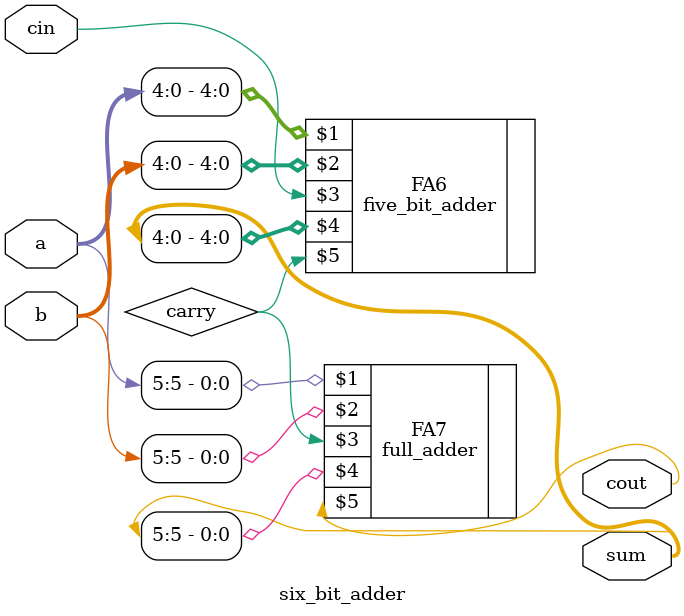
<source format=v>
`timescale 1ns / 1ps
module six_bit_adder(a, b, cin, sum, cout
    );

	input [5:0] a;
	input [5:0] b;
	input cin;
	
	output [5:0] sum;
	output cout;
	wire [5:0] sum;
	wire cout;
	
	wire carry;
	
	five_bit_adder FA6 (a[4:0], b[4:0], cin, sum[4:0], carry);
	full_adder FA7 (a[5], b[5], carry, sum[5], cout);

endmodule

</source>
